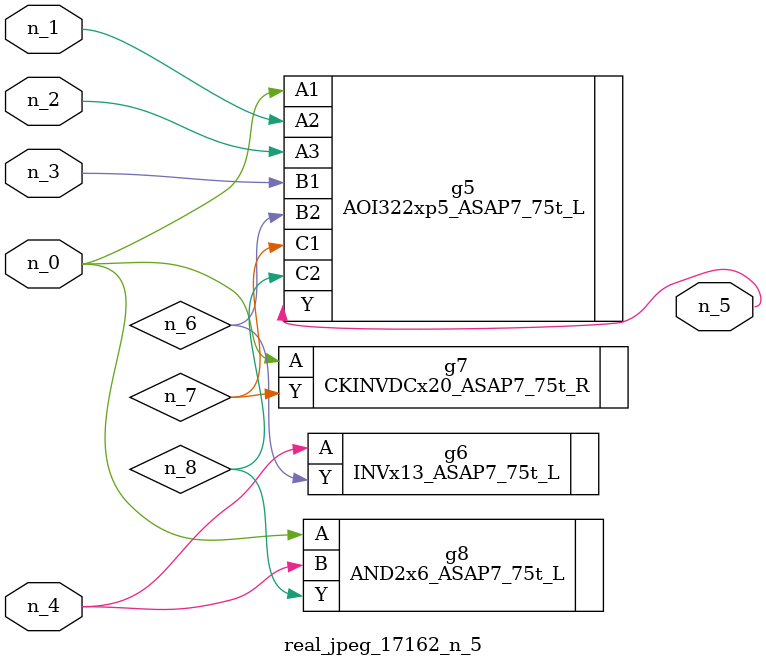
<source format=v>
module real_jpeg_17162_n_5 (n_4, n_0, n_1, n_2, n_3, n_5);

input n_4;
input n_0;
input n_1;
input n_2;
input n_3;

output n_5;

wire n_8;
wire n_6;
wire n_7;

AOI322xp5_ASAP7_75t_L g5 ( 
.A1(n_0),
.A2(n_1),
.A3(n_2),
.B1(n_3),
.B2(n_6),
.C1(n_7),
.C2(n_8),
.Y(n_5)
);

CKINVDCx20_ASAP7_75t_R g7 ( 
.A(n_0),
.Y(n_7)
);

AND2x6_ASAP7_75t_L g8 ( 
.A(n_0),
.B(n_4),
.Y(n_8)
);

INVx13_ASAP7_75t_L g6 ( 
.A(n_4),
.Y(n_6)
);


endmodule
</source>
